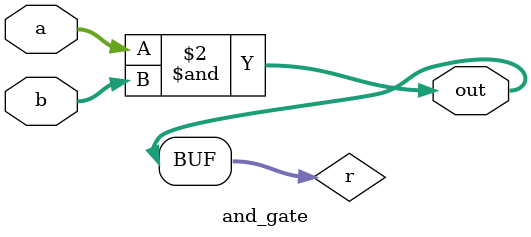
<source format=sv>
module and_gate

#(parameter W = 4)
(
  input logic [W-1:0] a,
  input logic [W-1:0] b,
  output logic [W-1:0] out
);

  logic [W-1:0] r;

  always_comb begin
    r = a & b;
  end

  assign out = r;

endmodule
</source>
